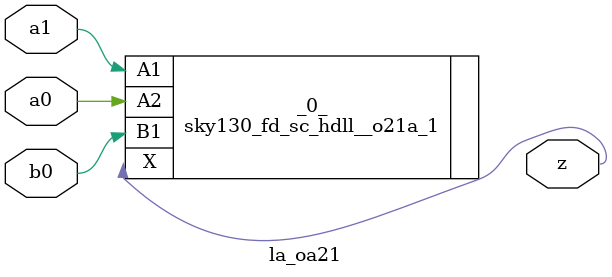
<source format=v>

/* Generated by Yosys 0.44 (git sha1 80ba43d26, g++ 11.4.0-1ubuntu1~22.04 -fPIC -O3) */

(* top =  1  *)
(* src = "inputs/la_oa21.v:10.1-21.10" *)
module la_oa21 (
    a0,
    a1,
    b0,
    z
);
  (* src = "inputs/la_oa21.v:13.12-13.14" *)
  input a0;
  wire a0;
  (* src = "inputs/la_oa21.v:14.12-14.14" *)
  input a1;
  wire a1;
  (* src = "inputs/la_oa21.v:15.12-15.14" *)
  input b0;
  wire b0;
  (* src = "inputs/la_oa21.v:16.12-16.13" *)
  output z;
  wire z;
  sky130_fd_sc_hdll__o21a_1 _0_ (
      .A1(a1),
      .A2(a0),
      .B1(b0),
      .X (z)
  );
endmodule

</source>
